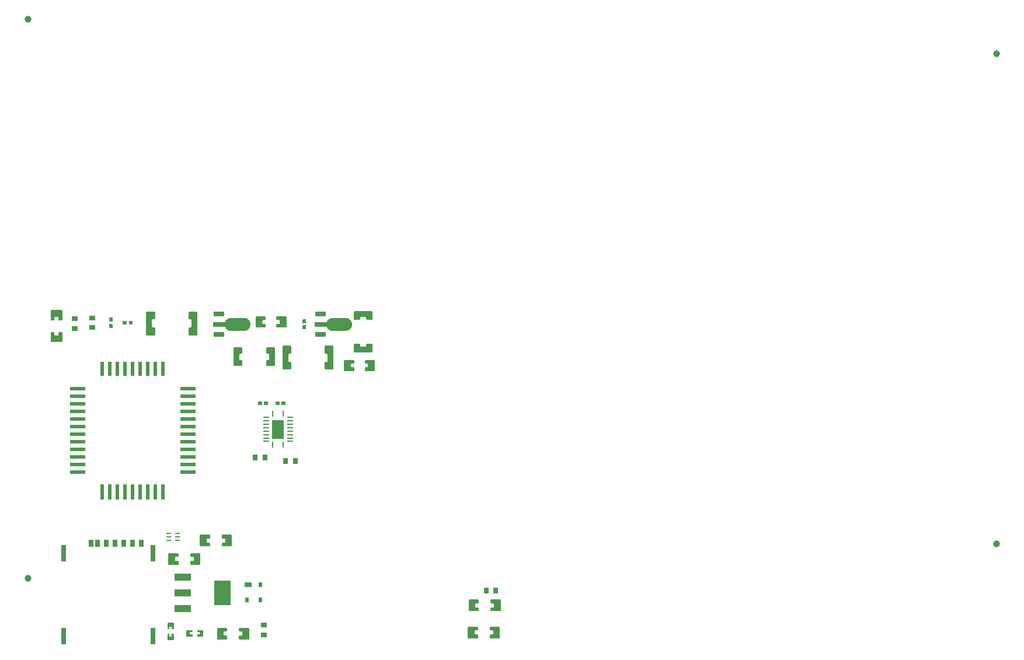
<source format=gbp>
G04 Layer: BottomPasteMaskLayer*
G04 EasyEDA Pro v2.1.49.573a4102.674264, 2024-03-06 21:11:32*
G04 Gerber Generator version 0.3*
G04 Scale: 100 percent, Rotated: No, Reflected: No*
G04 Dimensions in millimeters*
G04 Leading zeros omitted, absolute positions, 3 integers and 5 decimals*
G04 Panelize: V-CUT, Column: 2, Row: 2, Board Size: 105.286mm x 50.038mm, Panelized Board Size: 174.323mm x 101.42mm, Panelized Method: Only Board Outline*
%FSLAX35Y35*%
%MOMM*%
%ADD10C,1.0*%
%ADD11R,2.34X0.98001*%
%ADD12R,2.34X3.59999*%
%ADD13R,1.7X2.69999*%
%ADD14R,0.28001X0.85001*%
%ADD15R,0.85001X0.28001*%
%ADD16R,0.8X0.9*%
%ADD17R,0.8X0.9*%
%ADD18R,1.5784X0.67201*%
%ADD19R,1.575X0.67201*%
%ADD20R,0.9X0.8*%
%ADD21R,0.8X1.138*%
%ADD22R,0.7X1.138*%
%ADD23R,0.7X2.4*%
%ADD24R,0.68001X0.28001*%
%ADD25R,1.1X0.7*%
%ADD26R,0.6X0.7*%
%ADD27R,0.9X0.8*%
%ADD28R,0.63X2.159*%
%ADD29R,2.2X0.63*%
%ADD30R,0.63X2.2*%
G75*


G04 Panelize Start*
G54D10*
G01X1692427Y1012827D03*
G01X15739827Y1512827D03*
G01X1692427Y9129119D03*
G01X15739827Y8629119D03*
G04 Panelize End*

G04 PolygonModel Start*
G36*
G01X4234302Y170901D02*
G01X4154302Y170901D01*
G01X4149301Y175903D01*
G01Y198699D01*
G01X4186301D01*
G01Y231699D01*
G01X4149301D01*
G01Y255902D01*
G01X4154302Y260901D01*
G01X4234302D01*
G01X4239301Y255902D01*
G01Y175903D01*
G01X4234302Y170901D01*
G37*
G36*
G01X4079301Y175903D02*
G01X4079301Y198699D01*
G01X4041303D01*
G01Y231699D01*
G01X4079301D01*
G01Y255902D01*
G01X4074302Y260901D01*
G01X3995303D01*
G01X3990302Y255902D01*
G01Y175903D01*
G01X3995303Y170901D01*
G01X4074302D01*
G01X4079301Y175903D01*
G37*
G36*
G01X3808964Y362755D02*
G01X3808964Y282755D01*
G01X3803962Y277754D01*
G01X3781166D01*
G01Y314754D01*
G01X3748166D01*
G01Y277754D01*
G01X3723963D01*
G01X3718964Y282755D01*
G01Y362755D01*
G01X3723963Y367754D01*
G01X3803962D01*
G01X3808964Y362755D01*
G37*
G36*
G01X3803962Y207754D02*
G01X3781166Y207754D01*
G01Y169756D01*
G01X3748166D01*
G01Y207754D01*
G01X3723963D01*
G01X3718964Y202756D01*
G01Y123756D01*
G01X3723963Y118755D01*
G01X3803962D01*
G01X3808964Y123756D01*
G01Y202756D01*
G01X3803962Y207754D01*
G37*
G36*
G01X5091900Y3533000D02*
G01X5091900Y3579000D01*
G01X5087899Y3583000D01*
G01X5037836D01*
G01X5033836Y3579000D01*
G01Y3533000D01*
G01X5037836Y3529000D01*
G01X5087899D01*
G01X5091900Y3533000D01*
G37*
G36*
G01X5118900Y3533000D02*
G01X5118900Y3579000D01*
G01X5122901Y3583000D01*
G01X5172964D01*
G01X5176965Y3579000D01*
G01Y3533000D01*
G01X5172964Y3529000D01*
G01X5122901D01*
G01X5118900Y3533000D01*
G37*
G36*
G01X5372900Y3579000D02*
G01X5372900Y3533000D01*
G01X5376901Y3529000D01*
G01X5426964D01*
G01X5430965Y3533000D01*
G01Y3579000D01*
G01X5426964Y3583000D01*
G01X5376901D01*
G01X5372900Y3579000D01*
G37*
G36*
G01X5345900Y3579000D02*
G01X5345900Y3533000D01*
G01X5341899Y3529000D01*
G01X5291836D01*
G01X5287836Y3533000D01*
G01Y3579000D01*
G01X5291836Y3583000D01*
G01X5341899D01*
G01X5345900Y3579000D01*
G37*
G36*
G01X5725300Y4685500D02*
G01X5679300Y4685500D01*
G01X5675300Y4681499D01*
G01Y4631436D01*
G01X5679300Y4627436D01*
G01X5725300D01*
G01X5729300Y4631436D01*
G01Y4681499D01*
G01X5725300Y4685500D01*
G37*
G36*
G01X5725300Y4712500D02*
G01X5679300Y4712500D01*
G01X5675300Y4716501D01*
G01Y4766564D01*
G01X5679300Y4770565D01*
G01X5725300D01*
G01X5729300Y4766564D01*
G01Y4716501D01*
G01X5725300Y4712500D01*
G37*
G36*
G01X5995599Y4379199D02*
G01X5995599Y4285153D01*
G01X6005599Y4275153D01*
G01X6029206D01*
G01X6039206Y4265153D01*
G01Y4167647D01*
G01X6029206Y4157647D01*
G01X6005599D01*
G01X5995599Y4147647D01*
G01Y4053601D01*
G01X6005599Y4043601D01*
G01X6113854D01*
G01X6123854Y4053601D01*
G01Y4379199D01*
G01X6113854Y4389199D01*
G01X6005599D01*
G01X5995599Y4379199D01*
G37*
G36*
G01X5510601Y4379199D02*
G01X5510601Y4285153D01*
G01X5500601Y4275153D01*
G01X5476994D01*
G01X5466994Y4265153D01*
G01Y4167647D01*
G01X5476994Y4157647D01*
G01X5500601D01*
G01X5510601Y4147647D01*
G01Y4053601D01*
G01X5500601Y4043601D01*
G01X5392346D01*
G01X5382346Y4053601D01*
G01Y4379199D01*
G01X5392346Y4389199D01*
G01X5500601D01*
G01X5510601Y4379199D01*
G37*
G36*
G01X3155856Y4747158D02*
G01X3155856Y4701159D01*
G01X3159857Y4697159D01*
G01X3209920D01*
G01X3213920Y4701159D01*
G01Y4747158D01*
G01X3209920Y4751159D01*
G01X3159857D01*
G01X3155856Y4747158D01*
G37*
G36*
G01X3128856Y4747158D02*
G01X3128856Y4701159D01*
G01X3124855Y4697159D01*
G01X3074792D01*
G01X3070791Y4701159D01*
G01Y4747158D01*
G01X3074792Y4751159D01*
G01X3124855D01*
G01X3128856Y4747158D01*
G37*
G36*
G01X4021724Y4875873D02*
G01X4021724Y4781827D01*
G01X4031724Y4771827D01*
G01X4055331D01*
G01X4065331Y4761827D01*
G01Y4664321D01*
G01X4055331Y4654321D01*
G01X4031724D01*
G01X4021724Y4644321D01*
G01Y4550275D01*
G01X4031724Y4540275D01*
G01X4139979D01*
G01X4149979Y4550275D01*
G01Y4875873D01*
G01X4139979Y4885873D01*
G01X4031724D01*
G01X4021724Y4875873D01*
G37*
G36*
G01X3536726Y4875873D02*
G01X3536726Y4781827D01*
G01X3526727Y4771827D01*
G01X3503120D01*
G01X3493120Y4761827D01*
G01Y4664321D01*
G01X3503120Y4654321D01*
G01X3526727D01*
G01X3536726Y4644321D01*
G01Y4550275D01*
G01X3526727Y4540275D01*
G01X3418472D01*
G01X3408472Y4550275D01*
G01Y4875873D01*
G01X3418472Y4885873D01*
G01X3526727D01*
G01X3536726Y4875873D01*
G37*
G36*
G01X2918102Y4706396D02*
G01X2873101Y4706396D01*
G01X2868102Y4699399D01*
G01Y4651398D01*
G01X2873101Y4646397D01*
G01X2918102D01*
G01X2923101Y4651398D01*
G01Y4699399D01*
G01X2918102Y4706396D01*
G37*
G36*
G01X2918102Y4802398D02*
G01X2873101Y4802398D01*
G01X2868102Y4797397D01*
G01Y4749399D01*
G01X2873101Y4742398D01*
G01X2918102D01*
G01X2923101Y4749399D01*
G01Y4797397D01*
G01X2918102Y4802398D01*
G37*
G36*
G01X6576196Y4032189D02*
G01X6576196Y4065648D01*
G01X6586196Y4075648D01*
G01X6616686D01*
G01X6626686Y4085648D01*
G01Y4120731D01*
G01X6616686Y4130731D01*
G01X6586196D01*
G01X6576196Y4140731D01*
G01Y4174190D01*
G01X6586196Y4184190D01*
G01X6714694D01*
G01X6724694Y4174190D01*
G01Y4032189D01*
G01X6714694Y4022189D01*
G01X6586196D01*
G01X6576196Y4032189D01*
G37*
G36*
G01X6426194Y4032189D02*
G01X6426194Y4065648D01*
G01X6416194Y4075648D01*
G01X6385704D01*
G01X6375704Y4085648D01*
G01Y4120731D01*
G01X6385704Y4130731D01*
G01X6416194D01*
G01X6426194Y4140731D01*
G01Y4174190D01*
G01X6416194Y4184190D01*
G01X6287695D01*
G01X6277695Y4174190D01*
G01Y4032189D01*
G01X6287695Y4022189D01*
G01X6416194D01*
G01X6426194Y4032189D01*
G37*
G36*
G01X4800458Y4103677D02*
G01X4800458Y4172778D01*
G01X4790458Y4182778D01*
G01X4766854D01*
G01X4756854Y4192778D01*
G01Y4264579D01*
G01X4766854Y4274579D01*
G01X4790458D01*
G01X4800458Y4284579D01*
G01Y4353679D01*
G01X4790458Y4363679D01*
G01X4682206D01*
G01X4672206Y4353679D01*
G01Y4103677D01*
G01X4682206Y4093677D01*
G01X4790458D01*
G01X4800458Y4103677D01*
G37*
G36*
G01X5150460Y4103677D02*
G01X5150460Y4172778D01*
G01X5160460Y4182778D01*
G01X5184064D01*
G01X5194064Y4192778D01*
G01Y4264579D01*
G01X5184064Y4274579D01*
G01X5160460D01*
G01X5150460Y4284579D01*
G01Y4353679D01*
G01X5160460Y4363679D01*
G01X5268712D01*
G01X5278712Y4353679D01*
G01Y4103677D01*
G01X5268712Y4093677D01*
G01X5160460D01*
G01X5150460Y4103677D01*
G37*
G36*
G01X6429706Y4767329D02*
G01X6498807Y4767329D01*
G01X6508807Y4777329D01*
G01Y4800933D01*
G01X6518807Y4810933D01*
G01X6590608D01*
G01X6600608Y4800933D01*
G01Y4777329D01*
G01X6610608Y4767329D01*
G01X6679709D01*
G01X6689708Y4777329D01*
G01Y4885581D01*
G01X6679709Y4895581D01*
G01X6429706D01*
G01X6419706Y4885581D01*
G01Y4777329D01*
G01X6429706Y4767329D01*
G37*
G36*
G01X6429706Y4417327D02*
G01X6498807Y4417327D01*
G01X6508807Y4407327D01*
G01Y4383723D01*
G01X6518807Y4373723D01*
G01X6590608D01*
G01X6600608Y4383723D01*
G01Y4407327D01*
G01X6610608Y4417327D01*
G01X6679709D01*
G01X6689708Y4407327D01*
G01Y4299074D01*
G01X6679709Y4289074D01*
G01X6429706D01*
G01X6419706Y4299074D01*
G01Y4407327D01*
G01X6429706Y4417327D01*
G37*
G36*
G01X5294864Y4663248D02*
G01X5294864Y4696708D01*
G01X5304864Y4706708D01*
G01X5335354D01*
G01X5345354Y4716708D01*
G01Y4751790D01*
G01X5335354Y4761790D01*
G01X5304864D01*
G01X5294864Y4771790D01*
G01Y4805249D01*
G01X5304864Y4815249D01*
G01X5433362D01*
G01X5443362Y4805249D01*
G01Y4663248D01*
G01X5433362Y4653248D01*
G01X5304864D01*
G01X5294864Y4663248D01*
G37*
G36*
G01X5144861Y4663248D02*
G01X5144861Y4696708D01*
G01X5134861Y4706708D01*
G01X5104371D01*
G01X5094371Y4716708D01*
G01Y4751790D01*
G01X5104371Y4761790D01*
G01X5134861D01*
G01X5144861Y4771790D01*
G01Y4805249D01*
G01X5134861Y4815249D01*
G01X5006363D01*
G01X4996363Y4805249D01*
G01Y4663248D01*
G01X5006363Y4653248D01*
G01X5134861D01*
G01X5144861Y4663248D01*
G37*
G36*
G01X3877399Y1218999D02*
G01X3877399Y1256025D01*
G01X3867399Y1266025D01*
G01X3836909D01*
G01X3826909Y1276025D01*
G01Y1314775D01*
G01X3836909Y1324775D01*
G01X3867399D01*
G01X3877399Y1334775D01*
G01Y1371801D01*
G01X3867399Y1381801D01*
G01X3738900D01*
G01X3728900Y1371801D01*
G01Y1218999D01*
G01X3738900Y1208999D01*
G01X3867399D01*
G01X3877399Y1218999D01*
G37*
G36*
G01X4047401Y1218999D02*
G01X4047401Y1256025D01*
G01X4057401Y1266025D01*
G01X4087891D01*
G01X4097891Y1276025D01*
G01Y1314775D01*
G01X4087891Y1324775D01*
G01X4057401D01*
G01X4047401Y1334775D01*
G01Y1371801D01*
G01X4057401Y1381801D01*
G01X4185900D01*
G01X4195900Y1371801D01*
G01Y1218999D01*
G01X4185900Y1208999D01*
G01X4057401D01*
G01X4047401Y1218999D01*
G37*
G36*
G01X4585486Y135613D02*
G01X4585486Y172639D01*
G01X4575486Y182639D01*
G01X4544996D01*
G01X4534996Y192639D01*
G01Y231389D01*
G01X4544996Y241389D01*
G01X4575486D01*
G01X4585486Y251389D01*
G01Y288414D01*
G01X4575486Y298414D01*
G01X4446988D01*
G01X4436988Y288414D01*
G01Y135613D01*
G01X4446988Y125613D01*
G01X4575486D01*
G01X4585486Y135613D01*
G37*
G36*
G01X4755488Y135613D02*
G01X4755488Y172639D01*
G01X4765488Y182639D01*
G01X4795978D01*
G01X4805978Y192639D01*
G01Y231389D01*
G01X4795978Y241389D01*
G01X4765488D01*
G01X4755488Y251389D01*
G01Y288414D01*
G01X4765488Y298414D01*
G01X4893987D01*
G01X4903987Y288414D01*
G01Y135613D01*
G01X4893987Y125613D01*
G01X4765488D01*
G01X4755488Y135613D01*
G37*
G36*
G01X2184601Y4588599D02*
G01X2147575Y4588599D01*
G01X2137575Y4578599D01*
G01Y4548109D01*
G01X2127575Y4538109D01*
G01X2088825D01*
G01X2078825Y4548109D01*
G01Y4578599D01*
G01X2068825Y4588599D01*
G01X2031799D01*
G01X2021799Y4578599D01*
G01Y4450100D01*
G01X2031799Y4440100D01*
G01X2184601D01*
G01X2194601Y4450100D01*
G01Y4578599D01*
G01X2184601Y4588599D01*
G37*
G36*
G01X2184601Y4758601D02*
G01X2147575Y4758601D01*
G01X2137575Y4768601D01*
G01Y4799091D01*
G01X2127575Y4809091D01*
G01X2088825D01*
G01X2078825Y4799091D01*
G01Y4768601D01*
G01X2068825Y4758601D01*
G01X2031799D01*
G01X2021799Y4768601D01*
G01Y4897100D01*
G01X2031799Y4907100D01*
G01X2184601D01*
G01X2194601Y4897100D01*
G01Y4768601D01*
G01X2184601Y4758601D01*
G37*
G36*
G01X4334599Y1485699D02*
G01X4334599Y1522725D01*
G01X4324599Y1532725D01*
G01X4294109D01*
G01X4284109Y1542725D01*
G01Y1581475D01*
G01X4294109Y1591475D01*
G01X4324599D01*
G01X4334599Y1601475D01*
G01Y1638501D01*
G01X4324599Y1648501D01*
G01X4196100D01*
G01X4186100Y1638501D01*
G01Y1485699D01*
G01X4196100Y1475699D01*
G01X4324599D01*
G01X4334599Y1485699D01*
G37*
G36*
G01X4504601Y1485699D02*
G01X4504601Y1522725D01*
G01X4514601Y1532725D01*
G01X4545091D01*
G01X4555091Y1542725D01*
G01Y1581475D01*
G01X4545091Y1591475D01*
G01X4514601D01*
G01X4504601Y1601475D01*
G01Y1638501D01*
G01X4514601Y1648501D01*
G01X4643100D01*
G01X4653100Y1638501D01*
G01Y1485699D01*
G01X4643100Y1475699D01*
G01X4514601D01*
G01X4504601Y1485699D01*
G37*
G36*
G01X8403501Y698701D02*
G01X8403501Y661675D01*
G01X8413501Y651675D01*
G01X8443991D01*
G01X8453991Y641675D01*
G01Y602925D01*
G01X8443991Y592925D01*
G01X8413501D01*
G01X8403501Y582925D01*
G01Y545899D01*
G01X8413501Y535899D01*
G01X8542000D01*
G01X8552000Y545899D01*
G01Y698701D01*
G01X8542000Y708701D01*
G01X8413501D01*
G01X8403501Y698701D01*
G37*
G36*
G01X8233499Y698701D02*
G01X8233499Y661675D01*
G01X8223499Y651675D01*
G01X8193009D01*
G01X8183009Y641675D01*
G01Y602925D01*
G01X8193009Y592925D01*
G01X8223499D01*
G01X8233499Y582925D01*
G01Y545899D01*
G01X8223499Y535899D01*
G01X8095000D01*
G01X8085000Y545899D01*
G01Y698701D01*
G01X8095000Y708701D01*
G01X8223499D01*
G01X8233499Y698701D01*
G37*
G36*
G01X8220799Y152199D02*
G01X8220799Y189225D01*
G01X8210799Y199225D01*
G01X8180309D01*
G01X8170309Y209225D01*
G01Y247975D01*
G01X8180309Y257975D01*
G01X8210799D01*
G01X8220799Y267975D01*
G01Y305001D01*
G01X8210799Y315001D01*
G01X8082300D01*
G01X8072300Y305001D01*
G01Y152199D01*
G01X8082300Y142199D01*
G01X8210799D01*
G01X8220799Y152199D01*
G37*
G36*
G01X8390801Y152199D02*
G01X8390801Y189225D01*
G01X8400801Y199225D01*
G01X8431291D01*
G01X8441291Y209225D01*
G01Y247975D01*
G01X8431291Y257975D01*
G01X8400801D01*
G01X8390801Y267975D01*
G01Y305001D01*
G01X8400801Y315001D01*
G01X8529300D01*
G01X8539300Y305001D01*
G01Y152199D01*
G01X8529300Y142199D01*
G01X8400801D01*
G01X8390801Y152199D01*
G37*
G04 PolygonModel End*

G04 Pad Start*
G54D11*
G01X3942105Y570103D03*
G01X3942105Y800100D03*
G01X3942105Y1030097D03*
G54D12*
G01X4516095Y800100D03*
G54D13*
G01X5321097Y3175000D03*
G54D14*
G01X5396306Y2950007D03*
G54D15*
G01X5496103Y2999994D03*
G01X5496103Y3050007D03*
G01X5496103Y3099994D03*
G01X5496103Y3150006D03*
G01X5496103Y3199994D03*
G01X5496103Y3250006D03*
G01X5496306Y3300146D03*
G01X5496306Y3350158D03*
G54D14*
G01X5396103Y3399993D03*
G01X5246091Y3399993D03*
G54D15*
G01X5146294Y3350158D03*
G01X5146294Y3300146D03*
G01X5146294Y3250159D03*
G01X5146294Y3200146D03*
G01X5146294Y3150159D03*
G01X5146294Y3100146D03*
G01X5146294Y3050159D03*
G01X5146294Y3000146D03*
G54D14*
G01X5246091Y2950007D03*
G54D16*
G01X4992322Y2766093D03*
G01X5132327Y2766093D03*
G54D17*
G01X5569102Y2717800D03*
G01X5429098Y2717800D03*
G54D19*
G01X5934977Y4549000D03*
G01X5934977Y4849000D03*
G36*
G01X6298921Y4793983D02*
G01X6113501Y4793983D01*
G01X6109048Y4793877D01*
G01X6104606Y4793564D01*
G01X6100181Y4793044D01*
G01X6095787Y4792317D01*
G01X6091431Y4791382D01*
G01X6087125Y4790247D01*
G01X6082876Y4788911D01*
G01X6078695Y4787377D01*
G01X6074590Y4785647D01*
G01X6070570Y4783729D01*
G01X6066645Y4781624D01*
G01X6062823Y4779335D01*
G01X6059112Y4776871D01*
G01X6055520Y4774237D01*
G01X6052058Y4771438D01*
G01X6048728Y4768477D01*
G01X6045543Y4765365D01*
G01X6042505Y4762106D01*
G01X6039625Y4758710D01*
G01X6036907Y4755182D01*
G01X6034357Y4751530D01*
G01X6031982Y4747763D01*
G01X6029785Y4743887D01*
G01X6027771Y4739914D01*
G01X6025947Y4731984D01*
G01X5856214D01*
G01Y4665985D01*
G01X6025947D01*
G01X6027771Y4658050D01*
G01X6029785Y4654078D01*
G01X6031982Y4650202D01*
G01X6034357Y4646435D01*
G01X6036907Y4642782D01*
G01X6039625Y4639254D01*
G01X6042505Y4635858D01*
G01X6045543Y4632599D01*
G01X6048728Y4629488D01*
G01X6052058Y4626526D01*
G01X6055520Y4623727D01*
G01X6059112Y4621093D01*
G01X6062823Y4618629D01*
G01X6066645Y4616341D01*
G01X6070570Y4614235D01*
G01X6074590Y4612317D01*
G01X6078695Y4610588D01*
G01X6082876Y4609054D01*
G01X6087125Y4607717D01*
G01X6091431Y4606582D01*
G01X6095787Y4605647D01*
G01X6100181Y4604921D01*
G01X6104606Y4604400D01*
G01X6109048Y4604088D01*
G01X6113501Y4603981D01*
G01X6298921D01*
G01X6303373Y4604088D01*
G01X6307816Y4604400D01*
G01X6312240Y4604921D01*
G01X6316635Y4605647D01*
G01X6320991Y4606582D01*
G01X6325296Y4607717D01*
G01X6329545Y4609054D01*
G01X6333726Y4610588D01*
G01X6337831Y4612317D01*
G01X6341852Y4614235D01*
G01X6345776Y4616341D01*
G01X6349599Y4618629D01*
G01X6353310Y4621093D01*
G01X6356901Y4623727D01*
G01X6360363Y4626526D01*
G01X6363693Y4629488D01*
G01X6366878Y4632599D01*
G01X6369916Y4635858D01*
G01X6372797Y4639254D01*
G01X6375514Y4642782D01*
G01X6378064Y4646435D01*
G01X6380439Y4650202D01*
G01X6382636Y4654078D01*
G01X6384651Y4658050D01*
G01X6386474Y4662114D01*
G01X6388108Y4666257D01*
G01X6389543Y4670473D01*
G01X6390780Y4674753D01*
G01X6391813Y4679086D01*
G01X6392644Y4683460D01*
G01X6393269Y4687872D01*
G01X6393685Y4692307D01*
G01X6393894Y4696755D01*
G01Y4701210D01*
G01X6393685Y4705657D01*
G01X6393269Y4710092D01*
G01X6392644Y4714504D01*
G01X6391813Y4718878D01*
G01X6390780Y4723211D01*
G01X6389543Y4727491D01*
G01X6388108Y4731708D01*
G01X6386474Y4735850D01*
G01X6384651Y4739914D01*
G01X6382636Y4743887D01*
G01X6380439Y4747763D01*
G01X6378064Y4751530D01*
G01X6375514Y4755182D01*
G01X6372797Y4758710D01*
G01X6369916Y4762106D01*
G01X6366878Y4765365D01*
G01X6363693Y4768477D01*
G01X6360363Y4771438D01*
G01X6356901Y4774237D01*
G01X6353310Y4776871D01*
G01X6349599Y4779335D01*
G01X6345776Y4781624D01*
G01X6341852Y4783729D01*
G01X6337831Y4785647D01*
G01X6333726Y4787377D01*
G01X6329545Y4788911D01*
G01X6325296Y4790247D01*
G01X6320991Y4791382D01*
G01X6316635Y4792317D01*
G01X6312240Y4793044D01*
G01X6307816Y4793564D01*
G01X6303373Y4793877D01*
G01X6298921Y4793983D01*
G37*
G01X4461777Y4549000D03*
G01X4461777Y4849000D03*
G36*
G01X4825721Y4793983D02*
G01X4640301Y4793983D01*
G01X4635848Y4793877D01*
G01X4631406Y4793564D01*
G01X4626981Y4793044D01*
G01X4622587Y4792317D01*
G01X4618231Y4791382D01*
G01X4613925Y4790247D01*
G01X4609676Y4788911D01*
G01X4605495Y4787377D01*
G01X4601390Y4785647D01*
G01X4597370Y4783729D01*
G01X4593445Y4781624D01*
G01X4589623Y4779335D01*
G01X4585912Y4776871D01*
G01X4582320Y4774237D01*
G01X4578858Y4771438D01*
G01X4575528Y4768477D01*
G01X4572343Y4765365D01*
G01X4569305Y4762106D01*
G01X4566425Y4758710D01*
G01X4563707Y4755182D01*
G01X4561157Y4751530D01*
G01X4558782Y4747763D01*
G01X4556585Y4743887D01*
G01X4554571Y4739914D01*
G01X4552747Y4731984D01*
G01X4383014D01*
G01Y4665985D01*
G01X4552747D01*
G01X4554571Y4658050D01*
G01X4556585Y4654078D01*
G01X4558782Y4650202D01*
G01X4561157Y4646435D01*
G01X4563707Y4642782D01*
G01X4566425Y4639254D01*
G01X4569305Y4635858D01*
G01X4572343Y4632599D01*
G01X4575528Y4629488D01*
G01X4578858Y4626526D01*
G01X4582320Y4623727D01*
G01X4585912Y4621093D01*
G01X4589623Y4618629D01*
G01X4593445Y4616341D01*
G01X4597370Y4614235D01*
G01X4601390Y4612317D01*
G01X4605495Y4610588D01*
G01X4609676Y4609054D01*
G01X4613925Y4607717D01*
G01X4618231Y4606582D01*
G01X4622587Y4605647D01*
G01X4626981Y4604921D01*
G01X4631406Y4604400D01*
G01X4635848Y4604088D01*
G01X4640301Y4603981D01*
G01X4825721D01*
G01X4830173Y4604088D01*
G01X4834616Y4604400D01*
G01X4839040Y4604921D01*
G01X4843435Y4605647D01*
G01X4847791Y4606582D01*
G01X4852096Y4607717D01*
G01X4856345Y4609054D01*
G01X4860526Y4610588D01*
G01X4864631Y4612317D01*
G01X4868652Y4614235D01*
G01X4872576Y4616341D01*
G01X4876399Y4618629D01*
G01X4880110Y4621093D01*
G01X4883701Y4623727D01*
G01X4887163Y4626526D01*
G01X4890493Y4629488D01*
G01X4893678Y4632599D01*
G01X4896716Y4635858D01*
G01X4899597Y4639254D01*
G01X4902314Y4642782D01*
G01X4904864Y4646435D01*
G01X4907239Y4650202D01*
G01X4909436Y4654078D01*
G01X4911451Y4658050D01*
G01X4913274Y4662114D01*
G01X4914908Y4666257D01*
G01X4916343Y4670473D01*
G01X4917580Y4674753D01*
G01X4918613Y4679086D01*
G01X4919444Y4683460D01*
G01X4920069Y4687872D01*
G01X4920485Y4692307D01*
G01X4920694Y4696755D01*
G01Y4701210D01*
G01X4920485Y4705657D01*
G01X4920069Y4710092D01*
G01X4919444Y4714504D01*
G01X4918613Y4718878D01*
G01X4917580Y4723211D01*
G01X4916343Y4727491D01*
G01X4914908Y4731708D01*
G01X4913274Y4735850D01*
G01X4911451Y4739914D01*
G01X4909436Y4743887D01*
G01X4907239Y4747763D01*
G01X4904864Y4751530D01*
G01X4902314Y4755182D01*
G01X4899597Y4758710D01*
G01X4896716Y4762106D01*
G01X4893678Y4765365D01*
G01X4890493Y4768477D01*
G01X4887163Y4771438D01*
G01X4883701Y4774237D01*
G01X4880110Y4776871D01*
G01X4876399Y4779335D01*
G01X4872576Y4781624D01*
G01X4868652Y4783729D01*
G01X4864631Y4785647D01*
G01X4860526Y4787377D01*
G01X4856345Y4788911D01*
G01X4852096Y4790247D01*
G01X4847791Y4791382D01*
G01X4843435Y4792317D01*
G01X4839040Y4793044D01*
G01X4834616Y4793564D01*
G01X4830173Y4793877D01*
G01X4825721Y4793983D01*
G37*
G54D20*
G01X2374900Y4641698D03*
G01X2374900Y4781702D03*
G01X2628900Y4654398D03*
G01X2628900Y4794402D03*
G54D21*
G01X2832494Y1524940D03*
G01X3086494Y1524940D03*
G01X3340494Y1524940D03*
G54D22*
G01X2705494Y1524940D03*
G54D21*
G01X2959494Y1524940D03*
G01X3213494Y1524940D03*
G54D22*
G01X2610498Y1524940D03*
G54D23*
G01X3507499Y1376858D03*
G01X3507499Y176860D03*
G01X2207501Y176860D03*
G01X2207501Y1376858D03*
G54D24*
G01X3733282Y1662905D03*
G01X3733282Y1612918D03*
G01X3733282Y1562905D03*
G01X3861298Y1562905D03*
G01X3861298Y1612918D03*
G01X3861298Y1662905D03*
G54D25*
G01X4890707Y922795D03*
G54D26*
G01X5060709Y922795D03*
G01X5060709Y702805D03*
G01X4870691Y702805D03*
G54D17*
G01X8477402Y838200D03*
G01X8337398Y838200D03*
G54D27*
G01X5118100Y336702D03*
G01X5118100Y196698D03*
G54D28*
G01X3652266Y4053840D03*
G01X3542284Y4053840D03*
G01X3432302Y4053840D03*
G01X3322320Y4053840D03*
G01X3212338Y4053840D03*
G01X3102356Y4053840D03*
G01X2992374Y4053840D03*
G01X2882392Y4053840D03*
G01X2772410Y4053840D03*
G54D29*
G01X2414270Y3767836D03*
G01X2414270Y3657854D03*
G01X2414270Y3547872D03*
G01X2414270Y3437890D03*
G01X2414270Y3327908D03*
G01X2414270Y3217926D03*
G01X2414270Y3107944D03*
G01X2414270Y2997708D03*
G01X2414270Y2887726D03*
G01X2414270Y2777744D03*
G01X2414270Y2667762D03*
G01X2414270Y2557780D03*
G54D30*
G01X2771394Y2270760D03*
G01X2881376Y2270760D03*
G01X2991358Y2270760D03*
G01X3101340Y2270760D03*
G01X3211322Y2270760D03*
G01X3321304Y2270760D03*
G01X3431286Y2270760D03*
G01X3541268Y2270760D03*
G01X3651250Y2270760D03*
G54D29*
G01X4011930Y2556764D03*
G01X4011930Y2666746D03*
G01X4011930Y2776728D03*
G01X4011930Y2886710D03*
G01X4011930Y2996946D03*
G01X4011930Y3106928D03*
G01X4011930Y3216910D03*
G01X4011930Y3326892D03*
G01X4011930Y3436874D03*
G01X4011930Y3546856D03*
G01X4011930Y3656838D03*
G01X4011930Y3766820D03*
G04 Pad End*

M02*

</source>
